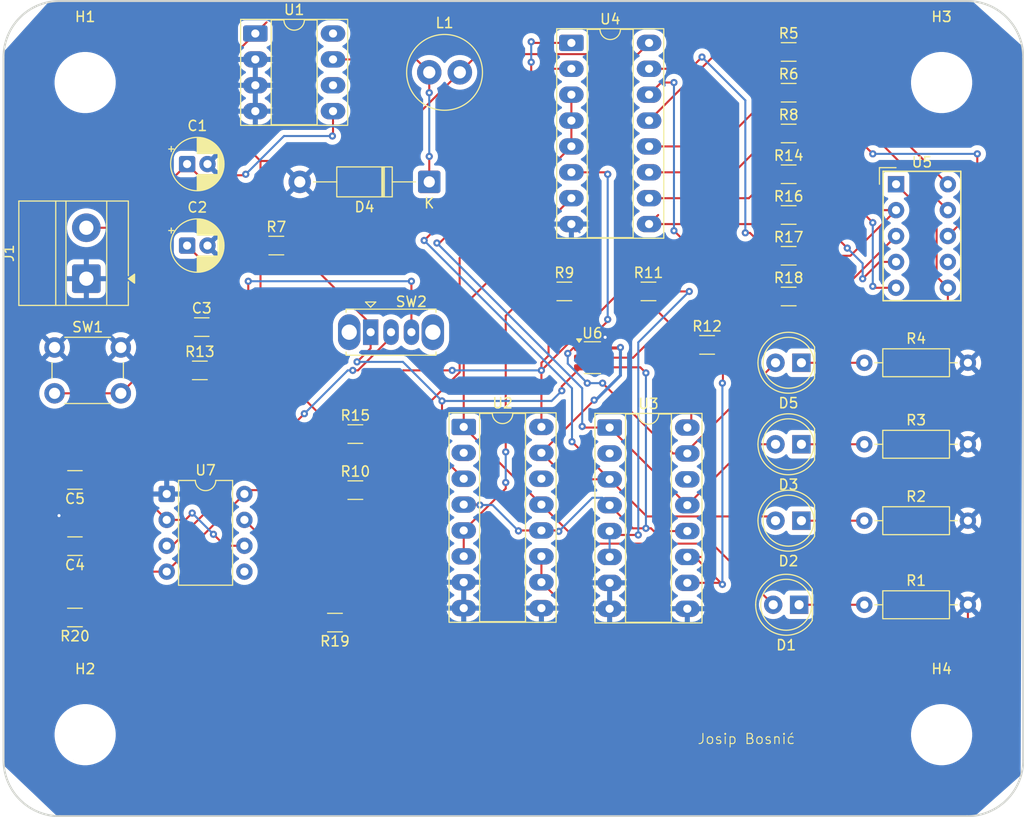
<source format=kicad_pcb>
(kicad_pcb (version 20241229) (generator "pcbnew") (generator_version "9.0")
  (layers (0 "F.Cu" signal) (2 "B.Cu" signal) (13 "F.Paste" user) (15 "B.Paste" user) (5 "F.SilkS" user "F.Silkscreen") (7 "B.SilkS" user "B.Silkscreen") (1 "F.Mask" user) (3 "B.Mask" user) (25 "Edge.Cuts" user))
  (net 0 "")
  (net 1 "GND")
  (net 2 "VD")
  (net 3 "+5V")
  (net 4 "Net-(SW2-A)")
  (net 5 "Net-(U7-THR)")
  (net 6 "Net-(D1-K)")
  (net 7 "Q0")
  (net 8 "Net-(D2-K)")
  (net 9 "Q1")
  (net 10 "Net-(D3-K)")
  (net 11 "Q2")
  (net 12 "Net-(D4-K)")
  (net 13 "Q3")
  (net 14 "Net-(D5-K)")
  (net 15 "Net-(U5-A)")
  (net 16 "Net-(U4-a)")
  (net 17 "Net-(U5-B)")
  (net 18 "Net-(U4-b)")
  (net 19 "Clock")
  (net 20 "Net-(U5-C)")
  (net 21 "Net-(U4-c)")
  (net 22 "Net-(U2A-J)")
  (net 23 "Net-(U2B-J)")
  (net 24 "Net-(U3A-J)")
  (net 25 "Net-(U3B-J)")
  (net 26 "Net-(R13-Pad1)")
  (net 27 "Net-(U4-d)")
  (net 28 "Net-(U5-D)")
  (net 29 "Net-(U4-BI)")
  (net 30 "Net-(U4-e)")
  (net 31 "Net-(U5-E)")
  (net 32 "Net-(U5-F)")
  (net 33 "Net-(U4-f)")
  (net 34 "Net-(U4-g)")
  (net 35 "Net-(U5-G)")
  (net 36 "Net-(U7-DIS)")
  (net 37 "555")
  (net 40 "Reset")
  (footprint "LED_THT:LED_D5.0mm" (layer "F.Cu") (at 178.25 96 180)
    (property "Reference" "D2")
    (property "Value" "LED")
  )
  (footprint "Resistor_THT:R_Axial_DIN0207_L6.3mm_D2.5mm_P10.16mm_Horizontal" (layer "F.Cu") (at 184.42 104.25)
    (property "Reference" "R1")
    (property "Value" "4k7")
  )
  (footprint "Resistor_THT:R_Axial_DIN0207_L6.3mm_D2.5mm_P10.16mm_Horizontal" (layer "F.Cu") (at 184.42 88.5)
    (property "Reference" "R3")
    (property "Value" "4k7")
  )
  (footprint "Resistor_SMD:R_1206_3216Metric_Pad1.30x1.75mm_HandSolder" (layer "F.Cu") (at 177 74)
    (property "Reference" "R18")
    (property "Value" "2k")
  )
  (footprint "Resistor_SMD:R_1206_3216Metric_Pad1.30x1.75mm_HandSolder" (layer "F.Cu") (at 119.25 81.25)
    (property "Reference" "R13")
    (property "Value" "2k")
  )
  (footprint "LED_THT:LED_D5.0mm" (layer "F.Cu") (at 178.025 104.25 180)
    (property "Reference" "D1")
    (property "Value" "LED")
  )
  (footprint "LED_THT:LED_D5.0mm" (layer "F.Cu") (at 178.25 80.5 180)
    (property "Reference" "D5")
    (property "Value" "LED")
  )
  (footprint "MountingHole:MountingHole_5.5mm" (layer "F.Cu") (at 108 53)
    (property "Reference" "H1")
    (property "Value" "MountingHole")
  )
  (footprint "Resistor_THT:R_Axial_DIN0207_L6.3mm_D2.5mm_P10.16mm_Horizontal" (layer "F.Cu") (at 184.42 80.5)
    (property "Reference" "R4")
    (property "Value" "4k7")
  )
  (footprint "Resistor_SMD:R_1206_3216Metric_Pad1.30x1.75mm_HandSolder" (layer "F.Cu") (at 126.75 69)
    (property "Reference" "R7")
    (property "Value" "10k")
  )
  (footprint "Button_Switch_THT:SW_Slide_SPDT_Straight_CK_OS102011MS2Q" (layer "F.Cu") (at 136 77.5)
    (property "Reference" "SW2")
    (property "Value" "SW_SPDT_312")
  )
  (footprint "Button_Switch_THT:SW_PUSH_6mm_H4.3mm" (layer "F.Cu") (at 105 79)
    (property "Reference" "SW1")
    (property "Value" "SW_Push")
  )
  (footprint "Capacitor_SMD:C_1206_3216Metric_Pad1.33x1.80mm_HandSolder" (layer "F.Cu") (at 119.4375 77)
    (property "Reference" "C3")
    (property "Value" "1u")
  )
  (footprint "Resistor_SMD:R_1206_3216Metric_Pad1.30x1.75mm_HandSolder" (layer "F.Cu") (at 107 105.5 180)
    (property "Reference" "R20")
    (property "Value" "47k")
  )
  (footprint "MountingHole:MountingHole_5.5mm" (layer "F.Cu") (at 192 53)
    (property "Reference" "H3")
    (property "Value" "MountingHole")
  )
  (footprint "Inductor_THT:L_Radial_D7.2mm_P3.00mm_Murata_1700" (layer "F.Cu") (at 141.75 52)
    (property "Reference" "L1")
    (property "Value" "330u")
  )
  (footprint "Capacitor_SMD:C_1206_3216Metric_Pad1.33x1.80mm_HandSolder" (layer "F.Cu") (at 107 98.5 180)
    (property "Reference" "C4")
    (property "Value" "100n")
  )
  (footprint "MountingHole:MountingHole_5.5mm" (layer "F.Cu") (at 192 117)
    (property "Reference" "H4")
    (property "Value" "MountingHole")
  )
  (footprint "Resistor_SMD:R_1206_3216Metric_Pad1.30x1.75mm_HandSolder" (layer "F.Cu") (at 155 73.5)
    (property "Reference" "R9")
    (property "Value" "10k")
  )
  (footprint "Resistor_SMD:R_1206_3216Metric_Pad1.30x1.75mm_HandSolder" (layer "F.Cu") (at 177 62)
    (property "Reference" "R14")
    (property "Value" "2k")
  )
  (footprint "Resistor_SMD:R_1206_3216Metric_Pad1.30x1.75mm_HandSolder" (layer "F.Cu") (at 163.25 73.5)
    (property "Reference" "R11")
    (property "Value" "10k")
  )
  (footprint "Resistor_SMD:R_1206_3216Metric_Pad1.30x1.75mm_HandSolder" (layer "F.Cu") (at 134.5 93)
    (property "Reference" "R10")
    (property "Value" "10k")
  )
  (footprint "Resistor_SMD:R_1206_3216Metric_Pad1.30x1.75mm_HandSolder" (layer "F.Cu") (at 177 50)
    (property "Reference" "R5")
    (property "Value" "2k")
  )
  (footprint "Package_DIP:DIP-16_W7.62mm_Socket_LongPads" (layer "F.Cu") (at 155.69 49.11)
    (property "Reference" "U4")
    (property "Value" "74LS47")
  )
  (footprint "MountingHole:MountingHole_5.5mm" (layer "F.Cu") (at 108 117)
    (property "Reference" "H2")
    (property "Value" "MountingHole")
  )
  (footprint "Package_DIP:DIP-8_W7.62mm" (layer "F.Cu") (at 116 93.38)
    (property "Reference" "U7")
    (property "Value" "NE555P")
  )
  (footprint "Resistor_SMD:R_1206_3216Metric_Pad1.30x1.75mm_HandSolder" (layer "F.Cu") (at 177 70)
    (property "Reference" "R17")
    (property "Value" "2k")
  )
  (footprint "Resistor_SMD:R_1206_3216Metric_Pad1.30x1.75mm_HandSolder" (layer "F.Cu") (at 169 78.75)
    (property "Reference" "R12")
    (property "Value" "10k")
  )
  (footprint "Resistor_SMD:R_1206_3216Metric_Pad1.30x1.75mm_HandSolder" (layer "F.Cu") (at 177 66)
    (property "Reference" "R16")
    (property "Value" "2k")
  )
  (footprint "Resistor_SMD:R_1206_3216Metric_Pad1.30x1.75mm_HandSolder" (layer "F.Cu") (at 134.5 87.5)
    (property "Reference" "R15")
    (property "Value" "10k")
  )
  (footprint "Resistor_SMD:R_1206_3216Metric_Pad1.30x1.75mm_HandSolder" (layer "F.Cu") (at 177 58)
    (property "Reference" "R8")
    (property "Value" "2k")
  )
  (footprint "Resistor_SMD:R_1206_3216Metric_Pad1.30x1.75mm_HandSolder" (layer "F.Cu") (at 132.5 106 180)
    (property "Reference" "R19")
    (property "Value" "47k")
  )
  (footprint "Package_TO_SOT_SMD:SOT-23-6" (layer "F.Cu") (at 157.75 80)
    (property "Reference" "U6")
    (property "Value" "74LVC1G11")
  )
  (footprint "LED_THT:LED_D5.0mm" (layer "F.Cu") (at 178.25 88.5 180)
    (property "Reference" "D3")
    (property "Value" "LED")
  )
  (footprint "Package_DIP:DIP-8_W7.62mm_Socket_LongPads" (layer "F.Cu") (at 124.69 48.19)
    (property "Reference" "U1")
    (property "Value" "LM2574N-5")
  )
  (footprint "Capacitor_THT:CP_Radial_D5.0mm_P2.00mm" (layer "F.Cu") (at 118 69)
    (property "Reference" "C2")
    (property "Value" "220u")
  )
  (footprint "Display_7Segment:HDSP-7401" (layer "F.Cu") (at 187.5325 62.9825)
    (property "Reference" "U5")
    (property "Value" "HDSP-7401")
  )
  (footprint "Package_DIP:DIP-16_W7.62mm_Socket_LongPads" (layer "F.Cu") (at 159.44 86.86)
    (property "Reference" "U3")
    (property "Value" "4027")
  )
  (footprint "Capacitor_SMD:C_1206_3216Metric_Pad1.33x1.80mm_HandSolder" (layer "F.Cu") (at 107 92 180)
    (property "Reference" "C5")
    (property "Value" "10u")
  )
  (footprint "Capacitor_THT:CP_Radial_D5.0mm_P2.00mm" (layer "F.Cu") (at 118 61)
    (property "Reference" "C1")
    (property "Value" "22u")
  )
  (footprint "TerminalBlock_MetzConnect:TerminalBlock_MetzConnect_Type011_RT05502HBLC_1x02_P5.00mm_Horizontal" (layer "F.Cu") (at 108.1175 72.25 90)
    (property "Reference" "J1")
    (property "Value" "Screw_Terminal_01x02")
  )
  (footprint "Diode_THT:D_DO-41_SOD81_P12.70mm_Horizontal" (layer "F.Cu") (at 141.75 62.75 180)
    (property "Reference" "D4")
    (property "Value" "11DQ06")
  )
  (footprint "Resistor_THT:R_Axial_DIN0207_L6.3mm_D2.5mm_P10.16mm_Horizontal" (layer "F.Cu") (at 184.42 96)
    (property "Reference" "R2")
    (property "Value" "4k7")
  )
  (footprint "Package_DIP:DIP-16_W7.62mm_Socket_LongPads" (layer "F.Cu") (at 145.13 86.8)
    (property "Reference" "U2")
    (property "Value" "4027")
  )
  (footprint "Resistor_SMD:R_1206_3216Metric_Pad1.30x1.75mm_HandSolder" (layer "F.Cu") (at 177 54)
    (property "Reference" "R6")
    (property "Value" "2k")
  )
  (gr_arc (start 100 50.5) (mid 101.610913 46.610913) (end 105.5 45) (stroke (width 0.2)) (layer "Edge.Cuts"))
  (gr_line (start 105.5 45) (end 194.5 45) (stroke (width 0.2)) (layer "Edge.Cuts"))
  (gr_arc (start 194.5 45) (mid 198.389087 46.610913) (end 200 50.5) (stroke (width 0.2)) (layer "Edge.Cuts"))
  (gr_arc (start 200 119.5) (mid 198.389087 123.389087) (end 194.5 125) (stroke (width 0.2)) (layer "Edge.Cuts"))
  (gr_line (start 100 119.5) (end 100 50.5) (stroke (width 0.2)) (layer "Edge.Cuts"))
  (gr_line (start 194.5 125) (end 105.5 125) (stroke (width 0.2)) (layer "Edge.Cuts"))
  (gr_arc (start 105.5 125) (mid 101.610913 123.389087) (end 100 119.5) (stroke (width 0.2)) (layer "Edge.Cuts"))
  (gr_line (start 200 50.5) (end 200 119.5) (stroke (width 0.2)) (layer "Edge.Cuts"))
  (gr_text "Josip Bosnić" (at 168 118 0) (layer "F.SilkS") (effects (font (size 1 1) (thickness 0.1)) (justify left bottom)))
  (segment (start 157.037678 80) (end 157.874 79.163678) (width 0.3) (layer "F.Cu") (net 1))
  (segment (start 117.875 77) (end 117.625 77.25) (width 0.2) (layer "F.Cu") (net 1))
  (segment (start 117.875 77) (end 113.5 77) (width 0.2) (layer "F.Cu") (net 1))
  (segment (start 157.874 79.163678) (end 157.874 78.626) (width 0.3) (layer "F.Cu") (net 1))
  (segment (start 156.6125 80) (end 157.037678 80) (width 0.3) (layer "F.Cu") (net 1))
  (segment (start 194.58 104.25) (end 194.58 105.67) (width 0.2) (layer "F.Cu") (net 1))
  (segment (start 113.5 77) (end 111.5 79) (width 0.2) (layer "F.Cu") (net 1))
  (segment (start 157.874 78.626) (end 158.5 78) (width 0.3) (layer "F.Cu") (net 1))
  (segment (start 124.69 56.31) (end 124.69 55.81) (width 0.2) (layer "F.Cu") (net 1))
  (segment (start 105.4375 92) (end 105.4375 98.5) (width 0.2) (layer "F.Cu") (net 1))
  (segment (start 158.5 78) (end 159 78) (width 0.3) (layer "F.Cu") (net 1))
  (via (at 159 78) (size 0.7) (drill 0.3) (layers "F.Cu" "B.Cu") (net 1))
  (via (at 105.4375 95.5) (size 0.7) (drill 0.3) (layers "F.Cu" "B.Cu") (net 1))
  (segment (start 155.69 66.89) (end 156.5 67.7) (width 0.2) (layer "B.Cu") (net 1))
  (segment (start 119.101 62.101) (end 123.649 62.101) (width 0.2) (layer "F.Cu") (net 2))
  (segment (start 132.31 58.19) (end 132.31 55.81) (width 0.2) (layer "F.Cu") (net 2))
  (segment (start 123.649 62.101) (end 123.75 62) (width 0.2) (layer "F.Cu") (net 2))
  (segment (start 132.25 58.25) (end 132.31 58.19) (width 0.2) (layer "F.Cu") (net 2))
  (segment (start 108.1175 67.25) (end 111.75 67.25) (width 0.2) (layer "F.Cu") (net 2))
  (segment (start 111.75 67.25) (end 118 61) (width 0.2) (layer "F.Cu") (net 2))
  (segment (start 118 61) (end 119.101 62.101) (width 0.2) (layer "F.Cu") (net 2))
  (via (at 132.25 58.25) (size 0.7) (drill 0.3) (layers "F.Cu" "B.Cu") (net 2))
  (via (at 123.75 62) (size 0.7) (drill 0.3) (layers "F.Cu" "B.Cu") (net 2))
  (segment (start 123.75 62) (end 127.5 58.25) (width 0.2) (layer "B.Cu") (net 2))
  (segment (start 127.5 58.25) (end 132.25 58.25) (width 0.2) (layer "B.Cu") (net 2))
  (segment (start 144.75 52) (end 146.539 50.211) (width 0.2) (layer "F.Cu") (net 3))
  (segment (start 134.05 94.1) (end 132.95 93) (width 0.2) (layer "F.Cu") (net 3))
  (segment (start 132.95 87.5) (end 139.2 81.25) (width 0.2) (layer "F.Cu") (net 3))
  (segment (start 146.539 50.211) (end 162.209 50.211) (width 0.2) (layer "F.Cu") (net 3))
  (segment (start 192.5 76) (end 192.6125 75.8875) (width 0.2) (layer "F.Cu") (net 3))
  (segment (start 160.5 73.5) (end 161.7 73.5) (width 0.2) (layer "F.Cu") (net 3))
  (segment (start 118 69) (end 119.101 70.101) (width 0.2) (layer "F.Cu") (net 3))
  (segment (start 125.791 47.089) (end 124.69 48.19) (width 0.2) (layer "F.Cu") (net 3))
  (segment (start 120.75 56.25) (end 120.75 52.13) (width 0.2) (layer "F.Cu") (net 3))
  (segment (start 111.0625 101) (end 108.5625 98.5) (width 0.2) (layer "F.Cu") (net 3))
  (segment (start 152.75 81.25) (end 160.5 73.5) (width 0.2) (layer "F.Cu") (net 3))
  (segment (start 192.6125 73.1425) (end 191.5115 72.0415) (width 0.2) (layer "F.Cu") (net 3))
  (segment (start 124 93) (end 123.62 93.38) (width 0.2) (layer "F.Cu") (net 3))
  (segment (start 124.099 70.101) (end 125.2 69) (width 0.2) (layer "F.Cu") (net 3))
  (segment (start 162.2 73.5) (end 165.225 76.525) (width 0.2) (layer "F.Cu") (net 3))
  (segment (start 167.45 78.75) (end 170.2 76) (width 0.2) (layer "F.Cu") (net 3))
  (segment (start 161.75 80) (end 158.8875 80) (width 0.2) (layer "F.Cu") (net 3))
  (segment (start 134.05 106) (end 134.05 94.1) (width 0.2) (layer "F.Cu") (net 3))
  (segment (start 132.95 87.5) (end 125.2 79.75) (width 0.2) (layer "F.Cu") (net 3))
  (segment (start 187.9825 62.9825) (end 188 63) (width 0.2) (layer "F.Cu") (net 3))
  (segment (start 192.6125 75.8875) (end 192.6125 73.1425) (width 0.2) (layer "F.Cu") (net 3))
  (segment (start 139.2 81.25) (end 144 81.25) (width 0.2) (layer "F.Cu") (net 3))
  (segment (start 123.62 93.38) (end 116 101) (width 0.2) (layer "F.Cu") (net 3))
  (segment (start 153.45 79.8) (end 153.45 73.5) (width 0.2) (layer "F.Cu") (net 3))
  (segment (start 167.45 78.75) (end 167.45 86.47) (width 0.2) (layer "F.Cu") (net 3))
  (segment (start 167.45 78.75) (end 166.95 78.75) (width 0.2) (layer "F.Cu") (net 3))
  (segment (start 125.2 60.7) (end 120.75 56.25) (width 0.2) (layer "F.Cu") (net 3))
  (segment (start 144.75 52) (end 145.501 52.751) (width 0.2) (layer "F.Cu") (net 3))
  (segment (start 162.209 50.211) (end 163.31 49.11) (width 0.2) (layer "F.Cu") (net 3))
  (segment (start 120.75 52.13) (end 124.69 48.19) (width 0.2) (layer "F.Cu") (net 3))
  (segment (start 152.75 81.25) (end 152.75 80.5) (width 0.2) (layer "F.Cu") (net 3))
  (segment (start 165.225 76.525) (end 167.45 78.75) (width 0.2) (layer "F.Cu") (net 3))
  (segment (start 132.95 93) (end 124 93) (width 0.2) (layer "F.Cu") (net 3))
  (segment (start 187.5325 62.9825) (end 187.9825 62.9825) (width 0.2) (layer "F.Cu") (net 3))
  (segment (start 125.2 69) (end 125.2 60.7) (width 0.2) (layer "F.Cu") (net 3))
  (segment (start 170.2 76) (end 192.5 76) (width 0.2) (layer "F.Cu") (net 3))
  (segment (start 161.7 73.5) (end 162.2 73.5) (width 0.2) (layer "F.Cu") (net 3))
  (segment (start 167.45 86.47) (end 167.06 86.86) (width 0.2) (layer "F.Cu") (net 3))
  (segment (start 191.5115 66.9615) (end 187.5325 62.9825) (width 0.2) (layer "F.Cu") (net 3))
  (segment (start 119.101 70.101) (end 124.099 70.101) (width 0.2) (layer "F.Cu") (net 3))
  (segment (start 116 101) (end 111.0625 101) (width 0.2) (layer "F.Cu") (net 3))
  (segment (start 136.05 60.7) (end 144.75 52) (width 0.2) (layer "F.Cu") (net 3))
  (segment (start 152.75 80.5) (end 153.45 79.8) (width 0.2) (layer "F.Cu") (net 3))
  (segment (start 152.75 81.25) (end 152.75 86.8) (width 0.2) (layer "F.Cu") (net 3))
  (segment (start 125.2 60.7) (end 136.05 60.7) (width 0.2) (layer "F.Cu") (net 3))
  (segment (start 165.225 76.525) (end 161.75 80) (width 0.2) (layer "F.Cu") (net 3))
  (segment (start 132.95 87.5) (end 132.95 93) (width 0.2) (layer "F.Cu") (net 3))
  (segment (start 191.5115 72.0415) (end 191.5115 66.9615) (width 0.2) (layer "F.Cu") (net 3))
  (segment (start 125.2 79.75) (end 125.2 69) (width 0.2) (layer "F.Cu") (net 3))
  (via (at 144 81.25) (size 0.7) (drill 0.3) (layers "F.Cu" "B.Cu") (net 3))
  (via (at 152.75 81.25) (size 0.7) (drill 0.3) (layers "F.Cu" "B.Cu") (net 3))
  (segment (start 144 81.25) (end 152.75 81.25) (width 0.2) (layer "B.Cu") (net 3))
  (segment (start 124 74) (end 124 72.5) (width 0.2) (layer "F.Cu") (net 4))
  (segment (start 121 77) (end 121 77.25) (width 0.2) (layer "F.Cu") (net 4))
  (segment (start 121 77) (end 124 74) (width 0.2) (layer "F.Cu") (net 4))
  (segment (start 121 77.25) (end 120.8 77.45) (width 0.2) (layer "F.Cu") (net 4))
  (segment (start 120.8 81.25) (end 120.8 77.2) (width 0.2) (layer "F.Cu") (net 4))
  (segment (start 120.8 77.2) (end 121 77) (width 0.2) (layer "F.Cu") (net 4))
  (segment (start 140 72.5) (end 140 77.5) (width 0.2) (layer "F.Cu") (net 4))
  (via (at 140 72.5) (size 0.7) (drill 0.3) (layers "F.Cu" "B.Cu") (net 4))
  (via (at 124 72.5) (size 0.7) (drill 0.3) (layers "F.Cu" "B.Cu") (net 4))
  (segment (start 124 72.5) (end 140 72.5) (width 0.2) (layer "B.Cu") (net 4))
  (segment (start 117.83 95.92) (end 116 95.92) (width 0.2) (layer "F.Cu") (net 5))
  (segment (start 112.08 92) (end 116 95.92) (width 0.2) (layer "F.Cu") (net 5))
  (segment (start 118.5 95.25) (end 117.83 95.92) (width 0.2) (layer "F.Cu") (net 5))
  (segment (start 123.62 98.46) (end 121.71 98.46) (width 0.2) (layer "F.Cu") (net 5))
  (segment (start 121.71 98.46) (end 120.58462 97.33462) (width 0.2) (layer "F.Cu") (net 5))
  (segment (start 107.599 103.351) (end 107.599 92.9635) (width 0.2) (layer "F.Cu") (net 5))
  (segment (start 107.599 92.9635) (end 108.5625 92) (width 0.2) (layer "F.Cu") (net 5))
  (segment (start 108.5625 92) (end 112.08 92) (width 0.2) (layer "F.Cu") (net 5))
  (segment (start 105.45 105.5) (end 107.599 103.351) (width 0.2) (layer "F.Cu") (net 5))
  (via (at 118.5 95.25) (size 0.7) (drill 0.3) (layers "F.Cu" "B.Cu") (net 5))
  (via (at 120.58462 97.33462) (size 0.7) (drill 0.3) (layers "F.Cu" "B.Cu") (net 5))
  (segment (start 120.58462 97.33462) (end 118.5 95.25) (width 0.2) (layer "B.Cu") (net 5))
  (segment (start 184.42 104.25) (end 178.025 104.25) (width 0.2) (layer "F.Cu") (net 6))
  (segment (start 145.13 74.91) (end 155.69 64.35) (width 0.2) (layer "F.Cu") (net 7))
  (segment (start 156.58 98.25) (end 152.75 94.42) (width 0.2) (layer "F.Cu") (net 7))
  (segment (start 145.13 86.8) (end 145.13 74.91) (width 0.2) (layer "F.Cu") (net 7))
  (segment (start 175.485 104.25) (end 169.485 98.25) (width 0.2) (layer "F.Cu") (net 7))
  (segment (start 169.485 98.25) (end 156.58 98.25) (width 0.2) (layer "F.Cu") (net 7))
  (segment (start 152.75 94.42) (end 145.13 86.8) (width 0.2) (layer "F.Cu") (net 7))
  (segment (start 184.42 96) (end 178.25 96) (width 0.2) (layer "F.Cu") (net 8))
  (segment (start 141.25 68.5) (end 151.5 58.25) (width 0.2) (layer "F.Cu") (net 9))
  (segment (start 151.5 58.25) (end 151.75 58.25) (width 0.2) (layer "F.Cu") (net 9))
  (segment (start 159.44 91.94) (end 155.75 88.25) (width 0.2) (layer "F.Cu") (net 9))
  (segment (start 151.75 58.25) (end 151.75 51) (width 0.2) (layer "F.Cu") (net 9))
  (segment (start 158.8875 79.05) (end 160.45 79.05) (width 0.3) (layer "F.Cu") (net 9))
  (segment (start 151.75 49) (end 151.86 49.11) (width 0.2) (layer "F.Cu") (net 9))
  (segment (start 160.45 79.05) (end 160.5 79) (width 0.3) (layer "F.Cu") (net 9))
  (segment (start 175.291 95.581) (end 163.081 95.581) (width 0.2) (layer "F.Cu") (net 9))
  (segment (start 155.35 91.94) (end 152.75 89.34) (width 0.2) (layer "F.Cu") (net 9))
  (segment (start 151.86 49.11) (end 155.69 49.11) (width 0.2) (layer "F.Cu") (net 9))
  (segment (start 163.081 95.581) (end 159.44 91.94) (width 0.2) (layer "F.Cu") (net 9))
  (segment (start 175.71 96) (end 175.291 95.581) (width 0.2) (layer "F.Cu") (net 9))
  (segment (start 152.75 89.34) (end 157.924 84.166) (width 0.2) (layer "F.Cu") (net 9))
  (segment (start 159.44 91.94) (end 155.35 91.94) (width 0.2) (layer "F.Cu") (net 9))
  (via (at 141.25 68.5) (size 0.7) (drill 0.3) (layers "F.Cu" "B.Cu") (net 9))
  (via (at 151.75 51) (size 0.7) (drill 0.3) (layers "F.Cu" "B.Cu") (net 9))
  (via (at 160.5 79) (size 0.7) (drill 0.3) (layers "F.Cu" "B.Cu") (net 9))
  (via (at 157.924 84.166) (size 0.7) (drill 0.3) (layers "F.Cu" "B.Cu") (net 9))
  (via (at 155.75 88.25) (size 0.7) (drill 0.3) (layers "F.Cu" "B.Cu") (net 9))
  (via (at 151.75 49) (size 0.7) (drill 0.3) (layers "F.Cu" "B.Cu") (net 9))
  (segment (start 160.5 79) (end 160.5 81.741364) (width 0.3) (layer "B.Cu") (net 9))
  (segment (start 155.75 83) (end 141.25 68.5) (width 0.2) (layer "B.Cu") (net 9))
  (segment (start 160.5 81.741364) (end 158.075364 84.166) (width 0.3) (layer "B.Cu") (net 9))
  (segment (start 158.075364 84.166) (end 157.924 84.166) (width 0.3) (layer "B.Cu") (net 9))
  (segment (start 155.75 88.25) (end 155.75 83) (width 0.2) (layer "B.Cu") (net 9))
  (segment (start 151.75 51) (end 151.75 49) (width 0.2) (layer "B.Cu") (net 9))
  (segment (start 184.42 88.5) (end 178.25 88.5) (width 0.2) (layer "F.Cu") (net 10))
  (segment (start 153.85 51.65) (end 155.69 51.65) (width 0.2) (layer "F.Cu") (net 11))
  (segment (start 173.04 88.5) (end 167.06 94.48) (width 0.2) (layer "F.Cu") (net 11))
  (segment (start 152.5 59) (end 152.5 53) (width 0.2) (layer "F.Cu") (net 11))
  (segment (start 159.44 86.86) (end 156.86 86.86) (width 0.2) (layer "F.Cu") (net 11))
  (segment (start 152.5 53) (end 153.85 51.65) (width 0.2) (layer "F.Cu") (net 11))
  (segment (start 156.86 86.86) (end 156.75 86.75) (width 0.2) (layer "F.Cu") (net 11))
  (segment (start 175.71 88.5) (end 173.04 88.5) (width 0.2) (layer "F.Cu") (net 11))
  (segment (start 142.75 68.75) (end 152.5 59) (width 0.2) (layer "F.Cu") (net 11))
  (segment (start 142.5 68.75) (end 142.75 68.75) (width 0.2) (layer "F.Cu") (net 11))
  (segment (start 159.44 86.86) (end 167.06 94.48) (width 0.2) (layer "F.Cu") (net 11))
  (via (at 142.5 68.75) (size 0.7) (drill 0.3) (layers "F.Cu" "B.Cu") (net 11))
  (via (at 156.75 86.75) (size 0.7) (drill 0.3) (layers "F.Cu" "B.Cu") (net 11))
  (segment (start 156.75 83) (end 142.5 68.75) (width 0.2) (layer "B.Cu") (net 11))
  (segment (start 156.75 86.75) (end 156.75 83) (width 0.2) (layer "B.Cu") (net 11))
  (segment (start 132.31 50.73) (end 140.48 50.73) (width 0.2) (layer "F.Cu") (net 12))
  (segment (start 141.75 52) (end 141.75 54) (width 0.2) (layer "F.Cu") (net 12))
  (segment (start 140.48 50.73) (end 141.75 52) (width 0.2) (layer "F.Cu") (net 12))
  (segment (start 141.75 60.25) (end 141.75 62.75) (width 0.2) (layer "F.Cu") (net 12))
  (via (at 141.75 60.25) (size 0.7) (drill 0.3) (layers "F.Cu" "B.Cu") (net 12))
  (via (at 141.75 54) (size 0.7) (drill 0.3) (layers "F.Cu" "B.Cu") (net 12))
  (segment (start 141.75 54) (end 141.75 60.25) (width 0.2) (layer "B.Cu") (net 12))
  (segment (start 155.86924 79.05) (end 156.6125 79.05) (width 0.2) (layer "F.Cu") (net 13))
  (segment (start 155.33462 79.58462) (end 155.86924 79.05) (width 0.2) (layer "F.Cu") (net 13))
  (segment (start 155.33462 79.58462) (end 155.33462 79.91538) (width 0.2) (layer "F.Cu") (net 13))
  (segment (start 159.25 62) (end 159.06 61.81) (width 0.2) (layer "F.Cu") (net 13))
  (segment (start 167.06 89.15) (end 167.06 89.4) (width 0.2) (layer "F.Cu") (net 13))
  (segment (start 156.6125 79.05) (end 159.25 76.4125) (width 0.2) (layer "F.Cu") (net 13))
  (segment (start 167.06 89.4) (end 165.65 89.4) (width 0.2) (layer "F.Cu") (net 13))
  (segment (start 175.71 80.5) (end 167.06 89.15) (width 0.2) (layer "F.Cu") (net 13))
  (segment (start 159.25 76.4125) (end 159.25 76.25) (width 0.2) (layer "F.Cu") (net 13))
  (segment (start 165.65 89.4) (end 158.75 82.5) (width 0.2) (layer "F.Cu") (net 13))
  (segment (start 159.06 61.81) (end 155.69 61.81) (width 0.2) (layer "F.Cu") (net 13))
  (via (at 159.25 62) (size 0.7) (drill 0.3) (layers "F.Cu" "B.Cu") (net 13))
  (via (at 157.25 82.5) (size 0.7) (drill 0.3) (layers "F.Cu" "B.Cu") (net 13))
  (via (at 159.25 76.25) (size 0.7) (drill 0.3) (layers "F.Cu" "B.Cu") (net 13))
  (via (at 158.75 82.5) (size 0.7) (drill 0.3) (layers "F.Cu" "B.Cu") (net 13))
  (via (at 159.25 62) (size 0.7) (drill 0.3) (layers "F.Cu" "B.Cu") (net 13))
  (via (at 155.33462 79.58462) (size 0.7) (drill 0.3) (layers "F.Cu" "B.Cu") (net 13))
  (segment (start 155.33462 80.58462) (end 155.33462 79.58462) (width 0.2) (layer "B.Cu") (net 13))
  (segment (start 159.25 76.25) (end 159.25 62) (width 0.2) (layer "B.Cu") (net 13))
  (segment (start 158.75 82.5) (end 157.25 82.5) (width 0.2) (layer "B.Cu") (net 13))
  (segment (start 157.25 82.5) (end 155.33462 80.58462) (width 0.2) (layer "B.Cu") (net 13))
  (segment (start 184.42 80.5) (end 178.25 80.5) (width 0.2) (layer "F.Cu") (net 14))
  (segment (start 178.55 50) (end 179.63 50) (width 0.2) (layer "F.Cu") (net 15))
  (segment (start 179.63 50) (end 192.6125 62.9825) (width 0.2) (layer "F.Cu") (net 15))
  (segment (start 170.04 50) (end 163.31 56.73) (width 0.2) (layer "F.Cu") (net 16))
  (segment (start 175.45 50) (end 170.04 50) (width 0.2) (layer "F.Cu") (net 16))
  (segment (start 181.09 54) (end 192.6125 65.5225) (width 0.2) (layer "F.Cu") (net 17))
  (segment (start 178.55 54) (end 181.09 54) (width 0.2) (layer "F.Cu") (net 17))
  (segment (start 163.31 59.27) (end 170.18 59.27) (width 0.2) (layer "F.Cu") (net 18))
  (segment (start 170.18 59.27) (end 175.45 54) (width 0.2) (layer "F.Cu") (net 18))
  (segment (start 154.75 82.8125) (end 156.6125 80.95) (width 0.2) (layer "F.Cu") (net 19))
  (segment (start 145.13 91.88) (end 143 89.75) (width 0.2) (layer "F.Cu") (net 19))
  (segment (start 134.66538 80.41538) (end 136 79.08076) (width 0.2) (layer "F.Cu") (net 19))
  (segment (start 143 89.75) (end 143 84.25) (width 0.2) (layer "F.Cu") (net 19))
  (segment (start 136 76.7) (end 128.3 69) (width 0.2) (layer "F.Cu") (net 19))
  (segment (start 154.75 83.25) (end 154.75 82.8125) (width 0.2) (layer "F.Cu") (net 19))
  (segment (start 136 77.5) (end 136 76.7) (width 0.2) (layer "F.Cu") (net 19))
  (segment (start 136 79.08076) (end 136 77.5) (width 0.2) (layer "F.Cu") (net 19))
  (via (at 143 84.25) (size 0.7) (drill 0.3) (layers "F.Cu" "B.Cu") (net 19))
  (via (at 154.75 83.25) (size 0.7) (drill 0.3) (layers "F.Cu" "B.Cu") (net 19))
  (via (at 134.66538 80.41538) (size 0.7) (drill 0.3) (layers "F.Cu" "B.Cu") (net 19))
  (segment (start 143 84.25) (end 153.75 84.25) (width 0.2) (layer "B.Cu") (net 19))
  (segment (start 153.75 84.25) (end 154.75 83.25) (width 0.2) (layer "B.Cu") (net 19))
  (segment (start 139.16538 80.41538) (end 134.66538 80.41538) (width 0.2) (layer "B.Cu") (net 19))
  (segment (start 143 84.25) (end 139.16538 80.41538) (width 0.2) (layer "B.Cu") (net 19))
  (segment (start 178.55 58) (end 183.25 58) (width 0.2) (layer "F.Cu") (net 20))
  (segment (start 178.55 58) (end 178.55 58.875) (width 0.2) (layer "F.Cu") (net 20))
  (segment (start 195.5 60) (end 195.5 65.175) (width 0.2) (layer "F.Cu") (net 20))
  (segment (start 195.5 65.175) (end 192.6125 68.0625) (width 0.2) (layer "F.Cu") (net 20))
  (segment (start 183.25 58) (end 185.25 60) (width 0.2) (layer "F.Cu") (net 20))
  (via (at 185.25 60) (size 0.7) (drill 0.3) (layers "F.Cu" "B.Cu") (net 20))
  (via (at 195.5 60) (size 0.7) (drill 0.3) (layers "F.Cu" "B.Cu") (net 20))
  (segment (start 185.25 60) (end 195.5 60) (width 0.2) (layer "B.Cu") (net 20))
  (segment (start 171.64 61.81) (end 163.31 61.81) (width 0.2) (layer "F.Cu") (net 21))
  (segment (start 175.45 58) (end 171.64 61.81) (width 0.2) (layer "F.Cu") (net 21))
  (segment (start 149.25 92.84) (end 149.25 92.25) (width 0.2) (layer "F.Cu") (net 22))
  (segment (start 145.13 99.5) (end 145.13 96.96) (width 0.2) (layer "F.Cu") (net 22))
  (segment (start 152.81484 72.324) (end 155.374 72.324) (width 0.2) (layer "F.Cu") (net 22))
  (segment (start 155.374 72.324) (end 156.55 73.5) (width 0.2) (layer "F.Cu") (net 22))
  (segment (start 149.25 75.88884) (end 152.81484 72.324) (width 0.2) (layer "F.Cu") (net 22))
  (segment (start 149.25 89.25) (end 149.25 75.88884) (width 0.2) (layer "F.Cu") (net 22))
  (segment (start 145.13 96.96) (end 149.25 92.84) (width 0.2) (layer "F.Cu") (net 22))
  (via (at 149.25 89.25) (size 0.7) (drill 0.3) (layers "F.Cu" "B.Cu") (net 22))
  (via (at 149.25 92.25) (size 0.7) (drill 0.3) (layers "F.Cu" "B.Cu") (net 22))
  (segment (start 149.25 92.25) (end 149.25 89.25) (width 0.2) (layer "B.Cu") (net 22))
  (segment (start 155.75 108) (end 155.75 105.04) (width 0.2) (layer "F.Cu") (net 23))
  (segment (start 155.75 105.04) (end 152.75 102.04) (width 0.2) (layer "F.Cu") (net 23))
  (segment (start 152.75 102.04) (end 152.75 99.5) (width 0.2) (layer "F.Cu") (net 23))
  (segment (start 136.05 101.05) (end 143 108) (width 0.2) (layer "F.Cu") (net 23))
  (segment (start 143 108) (end 155.75 108) (width 0.2) (layer "F.Cu") (net 23))
  (segment (start 136.05 93) (end 136.05 101.05) (width 0.2) (layer "F.Cu") (net 23))
  (segment (start 159.82 97.4) (end 162.25 97.4) (width 0.2) (layer "F.Cu") (net 24))
  (segment (start 159.44 97.02) (end 159.82 97.4) (width 0.2) (layer "F.Cu") (net 24))
  (segment (start 167.25 73.5) (end 164.8 73.5) (width 0.2) (layer "F.Cu") (net 24))
  (via (at 162.25 97.4) (size 0.7) (drill 0.3) (layers "F.Cu" "B.Cu") (net 24))
  (via (at 167.25 73.5) (size 0.7) (drill 0.3) (layers "F.Cu" "B.Cu") (net 24))
  (segment (start 162.25 78.5) (end 167.25 73.5) (width 0.2) (layer "B.Cu") (net 24))
  (segment (start 162.25 97.4) (end 162.25 78.5) (width 0.2) (layer "B.Cu") (net 24))
  (segment (start 159.44 99.56) (end 159.44 97.02) (width 0.2) (layer "B.Cu") (net 24))
  (segment (start 168.41 99.56) (end 167.06 99.56) (width 0.2) (layer "F.Cu") (net 25))
  (segment (start 170.35 102.1) (end 167.06 102.1) (width 0.2) (layer "F.Cu") (net 25))
  (segment (start 170.55 78.75) (end 170.55 82.45) (width 0.2) (layer "F.Cu") (net 25))
  (segment (start 170.5 102.25) (end 170.35 102.1) (width 0.2) (layer "F.Cu") (net 25))
  (segment (start 170.55 82.45) (end 170.5 82.5) (width 0.2) (layer "F.Cu") (net 25))
  (segment (start 167.81 99.56) (end 167.06 99.56) (width 0.2) (layer "F.Cu") (net 25))
  (segment (start 170.5 102.25) (end 167.81 99.56) (width 0.2) (layer "F.Cu") (net 25))
  (via (at 170.5 82.5) (size 0.7) (drill 0.3) (layers "F.Cu" "B.Cu") (net 25))
  (via (at 170.5 102.25) (size 0.7) (drill 0.3) (layers "F.Cu" "B.Cu") (net 25))
  (segment (start 170.5 82.5) (end 170.5 102.25) (width 0.2) (layer "B.Cu") (net 25))
  (segment (start 111.5 83.5) (end 113.75 81.25) (width 0.2) (layer "F.Cu") (net 26))
  (segment (start 111.5 83.5) (end 105 83.5) (width 0.2) (layer "F.Cu") (net 26))
  (segment (start 113.75 81.25) (end 117.7 81.25) (width 0.2) (layer "F.Cu") (net 26))
  (segment (start 173.1 64.35) (end 163.31 64.35) (width 0.2) (layer "F.Cu") (net 27))
  (segment (start 175.45 62) (end 173.1 64.35) (width 0.2) (layer "F.Cu") (net 27))
  (segment (start 178.55 62) (end 180.5 62) (width 0.2) (layer "F.Cu") (net 28))
  (segment (start 180.5 62) (end 185.25 66.75) (width 0.2) (layer "F.Cu") (net 28))
  (segment (start 185.3925 73.1425) (end 187.5325 73.1425) (width 0.2) (layer "F.Cu") (net 28))
  (segment (start 185.25 73) (end 185.3925 73.1425) (width 0.2) (layer "F.Cu") (net 28))
  (via (at 185.25 73) (size 0.7) (drill 0.3) (layers "F.Cu" "B.Cu") (net 28))
  (via (at 185.25 66.75) (size 0.7) (drill 0.3) (layers "F.Cu" "B.Cu") (net 28))
  (segment (start 185.25 66.75) (end 185.25 73) (width 0.2) (layer "B.Cu") (net 28))
  (segment (start 136.05 87.5) (end 138.670654 87.5) (width 0.2) (layer "F.Cu") (net 29))
  (segment (start 155.69 59.27) (end 155.69 54.19) (width 0.2) (layer "F.Cu") (net 29))
  (segment (start 144.729 70.231) (end 155.69 59.27) (width 0.2) (layer "F.Cu") (net 29))
  (segment (start 138.670654 87.5) (end 144.729 81.441654) (width 0.2) (layer "F.Cu") (net 29))
  (segment (start 144.729 81.441654) (end 144.729 70.231) (width 0.2) (layer "F.Cu") (net 29))
  (segment (start 163.31 66.89) (end 174.56 66.89) (width 0.2) (layer "F.Cu") (net 30))
  (segment (start 174.56 66.89) (end 175.45 66) (width 0.2) (layer "F.Cu") (net 30))
  (segment (start 164.2 66) (end 163.31 66.89) (width 0.2) (layer "F.Cu") (net 30))
  (segment (start 179.5 66) (end 182.75 69.25) (width 0.2) (layer "F.Cu") (net 31))
  (segment (start 178.55 66) (end 179.5 66) (width 0.2) (layer "F.Cu") (net 31))
  (segment (start 185.91174 70.6025) (end 187.5325 70.6025) (width 0.2) (layer "F.Cu") (net 31))
  (segment (start 184.25712 72.25712) (end 185.91174 70.6025) (width 0.2) (layer "F.Cu") (net 31))
  (via (at 184.25712 72.25712) (size 0.7) (drill 0.3) (layers "F.Cu" "B.Cu") (net 31))
  (via (at 182.75 69.25) (size 0.7) (drill 0.3) (layers "F.Cu" "B.Cu") (net 31))
  (segment (start 182.75 69.25) (end 184.25712 70.75712) (width 0.2) (layer "B.Cu") (net 31))
  (segment (start 184.25712 70.75712) (end 184.25712 72.25712) (width 0.2) (layer "B.Cu") (net 31))
  (segment (start 178.55 70) (end 183.055 70) (width 0.2) (layer "F.Cu") (net 32))
  (segment (start 183.055 70) (end 187.5325 65.5225) (width 0.2) (layer "F.Cu") (net 32))
  (segment (start 186.2725 65.5225) (end 187.5325 65.5225) (width 0.2) (layer "F.Cu") (net 32))
  (segment (start 173.2 67.75) (end 172.75 67.75) (width 0.2) (layer "F.Cu") (net 33))
  (segment (start 175.45 70) (end 173.2 67.75) (width 0.2) (layer "F.Cu") (net 33))
  (segment (start 167.35 51.65) (end 163.31 51.65) (width 0.2) (layer "F.Cu") (net 33))
  (segment (start 168.5 50.5) (end 167.35 51.65) (width 0.2) (layer "F.Cu") (net 33))
  (via (at 168.5 50.5) (size 0.7) (drill 0.3) (layers "F.Cu" "B.Cu") (net 33))
  (via (at 172.75 67.75) (size 0.7) (drill 0.3) (layers "F.Cu" "B.Cu") (net 33))
  (segment (start 172.75 67.75) (end 172.75 54.75) (width 0.2) (layer "B.Cu") (net 33))
  (segment (start 172.75 54.75) (end 168.5 50.5) (width 0.2) (layer "B.Cu") (net 33))
  (segment (start 165.75 53) (end 164.5 53) (width 0.2) (layer "F.Cu") (net 34))
  (segment (start 172.21 74) (end 165.75 67.54) (width 0.2) (layer "F.Cu") (net 34))
  (segment (start 175.45 74) (end 172.21 74) (width 0.2) (layer "F.Cu") (net 34))
  (segment (start 164.5 53) (end 163.31 54.19) (width 0.2) (layer "F.Cu") (net 34))
  (via (at 165.75 67.54) (size 0.7) (drill 0.3) (layers "F.Cu" "B.Cu") (net 34))
  (via (at 165.75 53) (size 0.7) (drill 0.3) (layers "F.Cu" "B.Cu") (net 34))
  (segment (start 165.75 67.54) (end 165.75 53) (width 0.2) (layer "B.Cu") (net 34))
  (segment (start 187.47 68) (end 187.5325 68.0625) (width 0.2) (layer "F.Cu") (net 35))
  (segment (start 178.55 74) (end 181.595 74) (width 0.2) (layer "F.Cu") (net 35))
  (segment (start 181.595 74) (end 187.5325 68.0625) (width 0.2) (layer "F.Cu") (net 35))
  (segment (start 130.45 105.5) (end 130.95 106) (width 0.2) (layer "F.Cu") (net 36))
  (segment (start 130.95 103.25) (end 123.62 95.92) (width 0.2) (layer "F.Cu") (net 36))
  (segment (start 130.95 106) (end 130.95 103.25) (width 0.2) (layer "F.Cu") (net 36))
  (segment (start 108.55 105.5) (end 130.45 105.5) (width 0.2) (layer "F.Cu") (net 36))
  (segment (start 134.75 81.25) (end 138 78) (width 0.2) (layer "F.Cu") (net 37))
  (segment (start 134.25 81.25) (end 134.75 81.25) (width 0.2) (layer "F.Cu") (net 37))
  (segment (start 116 98.46) (end 116.54 98.46) (width 0.2) (layer "F.Cu") (net 37))
  (segment (start 138 78) (end 138 77.5) (width 0.2) (layer "F.Cu") (net 37))
  (segment (start 116.54 98.46) (end 129.5 85.5) (width 0.2) (layer "F.Cu") (net 37))
  (via (at 134.25 81.25) (size 0.7) (drill 0.3) (layers "F.Cu" "B.Cu") (net 37))
  (via (at 129.5 85.5) (size 0.7) (drill 0.3) (layers "F.Cu" "B.Cu") (net 37))
  (segment (start 133.75 81.25) (end 134.25 81.25) (width 0.2) (layer "B.Cu") (net 37))
  (segment (start 129.5 85.5) (end 133.75 81.25) (width 0.2) (layer "B.Cu") (net 37))
  (segment (start 161.71 96.75) (end 159.44 94.48) (width 0.2) (layer "F.Cu") (net 40))
  (segment (start 163.77 97.02) (end 167.06 97.02) (width 0.2) (layer "F.Cu") (net 40))
  (segment (start 163 81.5) (end 162.45 80.95) (width 0.2) (layer "F.Cu") (net 40))
  (segment (start 150.75 97) (end 150.79 96.96) (width 0.2) (layer "F.Cu") (net 40))
  (segment (start 150.79 96.96) (end 152.75 96.96) (width 0.2) (layer "F.Cu") (net 40))
  (segment (start 163.5 96.75) (end 163.77 97.02) (width 0.2) (layer "F.Cu") (net 40))
  (segment (start 152.75 96.96) (end 154.37076 96.96) (width 0.2) (layer "F.Cu") (net 40))
  (segment (start 145.13 94.42) (end 146.67 94.42) (width 0.2) (layer "F.Cu") (net 40))
  (segment (start 146.67 94.42) (end 146.71038 94.46038) (width 0.2) (layer "F.Cu") (net 40))
  (segment (start 163 81.5) (end 163 81.25) (width 0.2) (layer "F.Cu") (net 40))
  (segment (start 150.5 97) (end 150.75 97) (width 0.2) (layer "F.Cu") (net 40))
  (segment (start 162.45 80.95) (end 158.8875 80.95) (width 0.2) (layer "F.Cu") (net 40))
  (segment (start 163 96.75) (end 163.5 96.75) (width 0.2) (layer "F.Cu") (net 40))
  (segment (start 163 96.75) (end 161.71 96.75) (width 0.2) (layer "F.Cu") (net 40))
  (segment (start 154.37076 96.96) (end 154.45538 97.04462) (width 0.2) (layer "F.Cu") (net 40))
  (via (at 146.71038 94.46038) (size 0.7) (drill 0.3) (layers "F.Cu" "B.Cu") (net 40))
  (via (at 163 96.75) (size 0.7) (drill 0.3) (layers "F.Cu" "B.Cu") (net 40))
  (via (at 163 81.5) (size 0.7) (drill 0.3) (layers "F.Cu" "B.Cu") (net 40))
  (via (at 150.5 97) (size 0.7) (drill 0.3) (layers "F.Cu" "B.Cu") (net 40))
  (via (at 154.45538 97.04462) (size 0.7) (drill 0.3) (layers "F.Cu" "B.Cu") (net 40))
  (segment (start 163 96.75) (end 163 81.5) (width 0.2) (layer "B.Cu") (net 40))
  (segment (start 158.71 93.75) (end 159.44 94.48) (width 0.2) (layer "B.Cu") (net 40))
  (segment (start 147.96038 94.46038) (end 150.5 97) (width 0.2) (layer "B.Cu") (net 40))
  (segment (start 157.75 93.75) (end 158.71 93.75) (width 0.2) (layer "B.Cu") (net 40))
  (segment (start 154.45538 97.04462) (end 157.75 93.75) (width 0.2) (layer "B.Cu") (net 40))
  (segment (start 146.71038 94.46038) (end 147.96038 94.46038) (width 0.2) (layer "B.Cu") (net 40))
  (zone (net 1) (net_name "GND") (layer "B.Cu") (connect_pads (clearance 0.5)) (min_thickness 0.25) (fill yes (thermal_gap 0.5) (thermal_bridge_width 0.5))
    (polygon (pts (xy 104.5 45) (xy 100 50) (xy 100 120) (xy 105.25 125) (xy 195.25 125) (xy 199.75 121) (xy 200 49.5) (xy 195 45)))
  )
)
</source>
